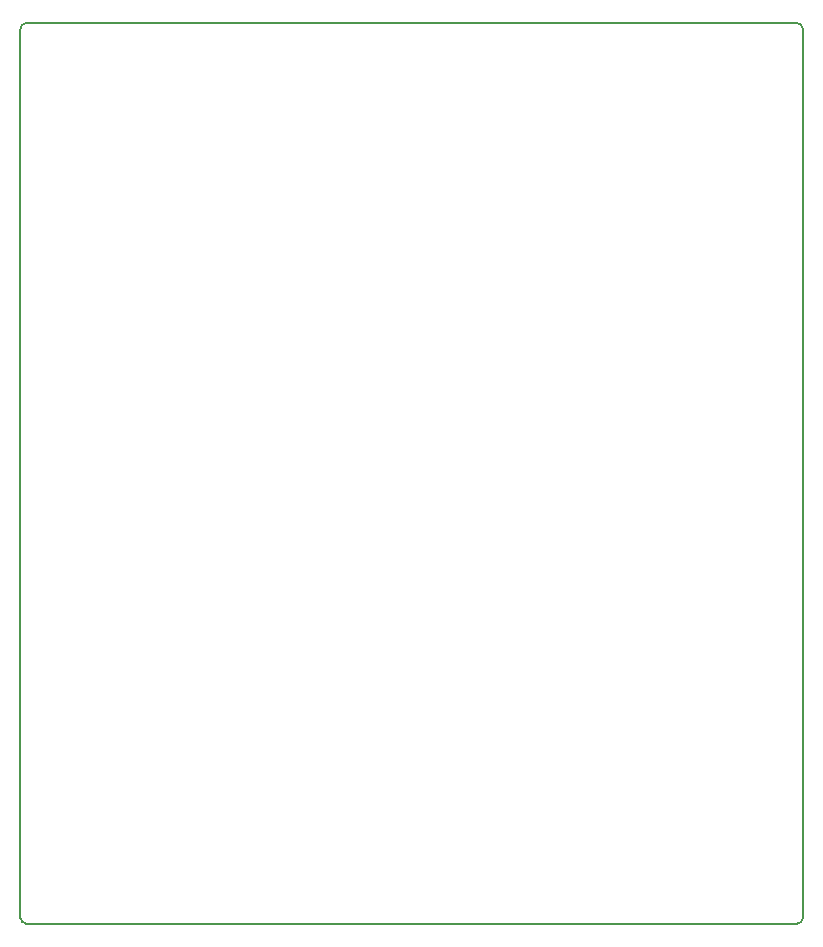
<source format=gko>
G04 DipTrace 3.2.0.1*
G04 CM904_plus.gko*
%MOIN*%
G04 #@! TF.FileFunction,Profile*
G04 #@! TF.Part,Single*
%ADD11C,0.005512*%
%FSLAX26Y26*%
G04*
G70*
G90*
G75*
G01*
G04 BoardOutline*
%LPD*%
X413386Y393701D2*
D11*
X2982284D1*
G03X3001969Y413386I2J19683D01*
G01*
Y3375984D1*
G03X2982284Y3395670I-19683J2D01*
G01*
X413386D1*
G03X393701Y3375984I-2J-19683D01*
G01*
Y413386D1*
G03X413386Y393701I19683J-2D01*
G01*
M02*

</source>
